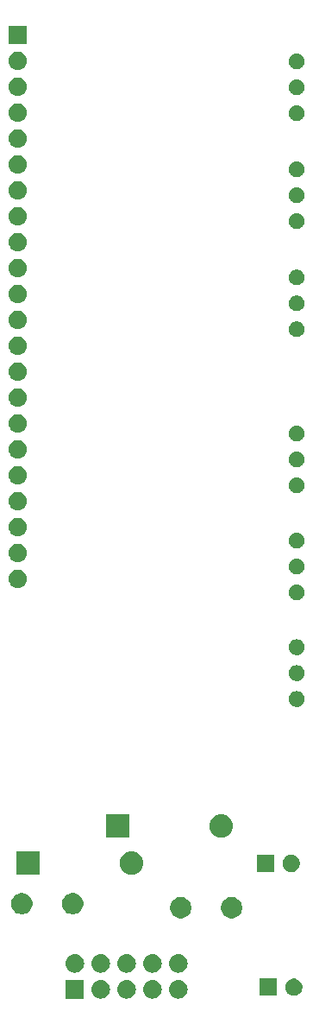
<source format=gbr>
%TF.GenerationSoftware,KiCad,Pcbnew,(5.0.1)-3*%
%TF.CreationDate,2020-04-22T20:20:14+01:00*%
%TF.ProjectId,rear,726561722E6B696361645F7063620000,rev?*%
%TF.SameCoordinates,Original*%
%TF.FileFunction,Soldermask,Bot*%
%TF.FilePolarity,Negative*%
%FSLAX46Y46*%
G04 Gerber Fmt 4.6, Leading zero omitted, Abs format (unit mm)*
G04 Created by KiCad (PCBNEW (5.0.1)-3) date 22/04/2020 20:20:14*
%MOMM*%
%LPD*%
G01*
G04 APERTURE LIST*
%ADD10C,0.200000*%
G04 APERTURE END LIST*
D10*
G36*
X72859294Y-114698633D02*
X73031694Y-114750931D01*
X73031696Y-114750932D01*
X73190583Y-114835859D01*
X73190585Y-114835860D01*
X73190584Y-114835860D01*
X73329849Y-114950151D01*
X73444140Y-115089416D01*
X73529069Y-115248306D01*
X73581367Y-115420706D01*
X73599025Y-115600000D01*
X73581367Y-115779294D01*
X73529069Y-115951694D01*
X73529068Y-115951696D01*
X73444141Y-116110583D01*
X73329849Y-116249849D01*
X73190583Y-116364141D01*
X73031696Y-116449068D01*
X73031694Y-116449069D01*
X72859294Y-116501367D01*
X72724931Y-116514600D01*
X72635069Y-116514600D01*
X72500706Y-116501367D01*
X72328306Y-116449069D01*
X72328304Y-116449068D01*
X72169417Y-116364141D01*
X72030151Y-116249849D01*
X71915859Y-116110583D01*
X71830932Y-115951696D01*
X71830931Y-115951694D01*
X71778633Y-115779294D01*
X71760975Y-115600000D01*
X71778633Y-115420706D01*
X71830931Y-115248306D01*
X71915860Y-115089416D01*
X72030151Y-114950151D01*
X72169416Y-114835860D01*
X72169415Y-114835860D01*
X72169417Y-114835859D01*
X72328304Y-114750932D01*
X72328306Y-114750931D01*
X72500706Y-114698633D01*
X72635069Y-114685400D01*
X72724931Y-114685400D01*
X72859294Y-114698633D01*
X72859294Y-114698633D01*
G37*
G36*
X75399294Y-114698633D02*
X75571694Y-114750931D01*
X75571696Y-114750932D01*
X75730583Y-114835859D01*
X75730585Y-114835860D01*
X75730584Y-114835860D01*
X75869849Y-114950151D01*
X75984140Y-115089416D01*
X76069069Y-115248306D01*
X76121367Y-115420706D01*
X76139025Y-115600000D01*
X76121367Y-115779294D01*
X76069069Y-115951694D01*
X76069068Y-115951696D01*
X75984141Y-116110583D01*
X75869849Y-116249849D01*
X75730583Y-116364141D01*
X75571696Y-116449068D01*
X75571694Y-116449069D01*
X75399294Y-116501367D01*
X75264931Y-116514600D01*
X75175069Y-116514600D01*
X75040706Y-116501367D01*
X74868306Y-116449069D01*
X74868304Y-116449068D01*
X74709417Y-116364141D01*
X74570151Y-116249849D01*
X74455859Y-116110583D01*
X74370932Y-115951696D01*
X74370931Y-115951694D01*
X74318633Y-115779294D01*
X74300975Y-115600000D01*
X74318633Y-115420706D01*
X74370931Y-115248306D01*
X74455860Y-115089416D01*
X74570151Y-114950151D01*
X74709416Y-114835860D01*
X74709415Y-114835860D01*
X74709417Y-114835859D01*
X74868304Y-114750932D01*
X74868306Y-114750931D01*
X75040706Y-114698633D01*
X75175069Y-114685400D01*
X75264931Y-114685400D01*
X75399294Y-114698633D01*
X75399294Y-114698633D01*
G37*
G36*
X77939294Y-114698633D02*
X78111694Y-114750931D01*
X78111696Y-114750932D01*
X78270583Y-114835859D01*
X78270585Y-114835860D01*
X78270584Y-114835860D01*
X78409849Y-114950151D01*
X78524140Y-115089416D01*
X78609069Y-115248306D01*
X78661367Y-115420706D01*
X78679025Y-115600000D01*
X78661367Y-115779294D01*
X78609069Y-115951694D01*
X78609068Y-115951696D01*
X78524141Y-116110583D01*
X78409849Y-116249849D01*
X78270583Y-116364141D01*
X78111696Y-116449068D01*
X78111694Y-116449069D01*
X77939294Y-116501367D01*
X77804931Y-116514600D01*
X77715069Y-116514600D01*
X77580706Y-116501367D01*
X77408306Y-116449069D01*
X77408304Y-116449068D01*
X77249417Y-116364141D01*
X77110151Y-116249849D01*
X76995859Y-116110583D01*
X76910932Y-115951696D01*
X76910931Y-115951694D01*
X76858633Y-115779294D01*
X76840975Y-115600000D01*
X76858633Y-115420706D01*
X76910931Y-115248306D01*
X76995860Y-115089416D01*
X77110151Y-114950151D01*
X77249416Y-114835860D01*
X77249415Y-114835860D01*
X77249417Y-114835859D01*
X77408304Y-114750932D01*
X77408306Y-114750931D01*
X77580706Y-114698633D01*
X77715069Y-114685400D01*
X77804931Y-114685400D01*
X77939294Y-114698633D01*
X77939294Y-114698633D01*
G37*
G36*
X70319294Y-114698633D02*
X70491694Y-114750931D01*
X70491696Y-114750932D01*
X70650583Y-114835859D01*
X70650585Y-114835860D01*
X70650584Y-114835860D01*
X70789849Y-114950151D01*
X70904140Y-115089416D01*
X70989069Y-115248306D01*
X71041367Y-115420706D01*
X71059025Y-115600000D01*
X71041367Y-115779294D01*
X70989069Y-115951694D01*
X70989068Y-115951696D01*
X70904141Y-116110583D01*
X70789849Y-116249849D01*
X70650583Y-116364141D01*
X70491696Y-116449068D01*
X70491694Y-116449069D01*
X70319294Y-116501367D01*
X70184931Y-116514600D01*
X70095069Y-116514600D01*
X69960706Y-116501367D01*
X69788306Y-116449069D01*
X69788304Y-116449068D01*
X69629417Y-116364141D01*
X69490151Y-116249849D01*
X69375859Y-116110583D01*
X69290932Y-115951696D01*
X69290931Y-115951694D01*
X69238633Y-115779294D01*
X69220975Y-115600000D01*
X69238633Y-115420706D01*
X69290931Y-115248306D01*
X69375860Y-115089416D01*
X69490151Y-114950151D01*
X69629416Y-114835860D01*
X69629415Y-114835860D01*
X69629417Y-114835859D01*
X69788304Y-114750932D01*
X69788306Y-114750931D01*
X69960706Y-114698633D01*
X70095069Y-114685400D01*
X70184931Y-114685400D01*
X70319294Y-114698633D01*
X70319294Y-114698633D01*
G37*
G36*
X68514600Y-116514600D02*
X66685400Y-116514600D01*
X66685400Y-114685400D01*
X68514600Y-114685400D01*
X68514600Y-116514600D01*
X68514600Y-116514600D01*
G37*
G36*
X87451000Y-116251000D02*
X85749000Y-116251000D01*
X85749000Y-114549000D01*
X87451000Y-114549000D01*
X87451000Y-116251000D01*
X87451000Y-116251000D01*
G37*
G36*
X89348228Y-114581703D02*
X89503100Y-114645853D01*
X89642481Y-114738985D01*
X89761015Y-114857519D01*
X89854147Y-114996900D01*
X89918297Y-115151772D01*
X89951000Y-115316184D01*
X89951000Y-115483816D01*
X89918297Y-115648228D01*
X89854147Y-115803100D01*
X89761015Y-115942481D01*
X89642481Y-116061015D01*
X89503100Y-116154147D01*
X89348228Y-116218297D01*
X89183816Y-116251000D01*
X89016184Y-116251000D01*
X88851772Y-116218297D01*
X88696900Y-116154147D01*
X88557519Y-116061015D01*
X88438985Y-115942481D01*
X88345853Y-115803100D01*
X88281703Y-115648228D01*
X88249000Y-115483816D01*
X88249000Y-115316184D01*
X88281703Y-115151772D01*
X88345853Y-114996900D01*
X88438985Y-114857519D01*
X88557519Y-114738985D01*
X88696900Y-114645853D01*
X88851772Y-114581703D01*
X89016184Y-114549000D01*
X89183816Y-114549000D01*
X89348228Y-114581703D01*
X89348228Y-114581703D01*
G37*
G36*
X75399294Y-112158633D02*
X75571694Y-112210931D01*
X75571696Y-112210932D01*
X75730583Y-112295859D01*
X75730585Y-112295860D01*
X75730584Y-112295860D01*
X75869849Y-112410151D01*
X75984140Y-112549416D01*
X76069069Y-112708306D01*
X76121367Y-112880706D01*
X76139025Y-113060000D01*
X76121367Y-113239294D01*
X76069069Y-113411694D01*
X76069068Y-113411696D01*
X75984141Y-113570583D01*
X75869849Y-113709849D01*
X75730583Y-113824141D01*
X75571696Y-113909068D01*
X75571694Y-113909069D01*
X75399294Y-113961367D01*
X75264931Y-113974600D01*
X75175069Y-113974600D01*
X75040706Y-113961367D01*
X74868306Y-113909069D01*
X74868304Y-113909068D01*
X74709417Y-113824141D01*
X74570151Y-113709849D01*
X74455859Y-113570583D01*
X74370932Y-113411696D01*
X74370931Y-113411694D01*
X74318633Y-113239294D01*
X74300975Y-113060000D01*
X74318633Y-112880706D01*
X74370931Y-112708306D01*
X74455860Y-112549416D01*
X74570151Y-112410151D01*
X74709416Y-112295860D01*
X74709415Y-112295860D01*
X74709417Y-112295859D01*
X74868304Y-112210932D01*
X74868306Y-112210931D01*
X75040706Y-112158633D01*
X75175069Y-112145400D01*
X75264931Y-112145400D01*
X75399294Y-112158633D01*
X75399294Y-112158633D01*
G37*
G36*
X67779294Y-112158633D02*
X67951694Y-112210931D01*
X67951696Y-112210932D01*
X68110583Y-112295859D01*
X68110585Y-112295860D01*
X68110584Y-112295860D01*
X68249849Y-112410151D01*
X68364140Y-112549416D01*
X68449069Y-112708306D01*
X68501367Y-112880706D01*
X68519025Y-113060000D01*
X68501367Y-113239294D01*
X68449069Y-113411694D01*
X68449068Y-113411696D01*
X68364141Y-113570583D01*
X68249849Y-113709849D01*
X68110583Y-113824141D01*
X67951696Y-113909068D01*
X67951694Y-113909069D01*
X67779294Y-113961367D01*
X67644931Y-113974600D01*
X67555069Y-113974600D01*
X67420706Y-113961367D01*
X67248306Y-113909069D01*
X67248304Y-113909068D01*
X67089417Y-113824141D01*
X66950151Y-113709849D01*
X66835859Y-113570583D01*
X66750932Y-113411696D01*
X66750931Y-113411694D01*
X66698633Y-113239294D01*
X66680975Y-113060000D01*
X66698633Y-112880706D01*
X66750931Y-112708306D01*
X66835860Y-112549416D01*
X66950151Y-112410151D01*
X67089416Y-112295860D01*
X67089415Y-112295860D01*
X67089417Y-112295859D01*
X67248304Y-112210932D01*
X67248306Y-112210931D01*
X67420706Y-112158633D01*
X67555069Y-112145400D01*
X67644931Y-112145400D01*
X67779294Y-112158633D01*
X67779294Y-112158633D01*
G37*
G36*
X70319294Y-112158633D02*
X70491694Y-112210931D01*
X70491696Y-112210932D01*
X70650583Y-112295859D01*
X70650585Y-112295860D01*
X70650584Y-112295860D01*
X70789849Y-112410151D01*
X70904140Y-112549416D01*
X70989069Y-112708306D01*
X71041367Y-112880706D01*
X71059025Y-113060000D01*
X71041367Y-113239294D01*
X70989069Y-113411694D01*
X70989068Y-113411696D01*
X70904141Y-113570583D01*
X70789849Y-113709849D01*
X70650583Y-113824141D01*
X70491696Y-113909068D01*
X70491694Y-113909069D01*
X70319294Y-113961367D01*
X70184931Y-113974600D01*
X70095069Y-113974600D01*
X69960706Y-113961367D01*
X69788306Y-113909069D01*
X69788304Y-113909068D01*
X69629417Y-113824141D01*
X69490151Y-113709849D01*
X69375859Y-113570583D01*
X69290932Y-113411696D01*
X69290931Y-113411694D01*
X69238633Y-113239294D01*
X69220975Y-113060000D01*
X69238633Y-112880706D01*
X69290931Y-112708306D01*
X69375860Y-112549416D01*
X69490151Y-112410151D01*
X69629416Y-112295860D01*
X69629415Y-112295860D01*
X69629417Y-112295859D01*
X69788304Y-112210932D01*
X69788306Y-112210931D01*
X69960706Y-112158633D01*
X70095069Y-112145400D01*
X70184931Y-112145400D01*
X70319294Y-112158633D01*
X70319294Y-112158633D01*
G37*
G36*
X72859294Y-112158633D02*
X73031694Y-112210931D01*
X73031696Y-112210932D01*
X73190583Y-112295859D01*
X73190585Y-112295860D01*
X73190584Y-112295860D01*
X73329849Y-112410151D01*
X73444140Y-112549416D01*
X73529069Y-112708306D01*
X73581367Y-112880706D01*
X73599025Y-113060000D01*
X73581367Y-113239294D01*
X73529069Y-113411694D01*
X73529068Y-113411696D01*
X73444141Y-113570583D01*
X73329849Y-113709849D01*
X73190583Y-113824141D01*
X73031696Y-113909068D01*
X73031694Y-113909069D01*
X72859294Y-113961367D01*
X72724931Y-113974600D01*
X72635069Y-113974600D01*
X72500706Y-113961367D01*
X72328306Y-113909069D01*
X72328304Y-113909068D01*
X72169417Y-113824141D01*
X72030151Y-113709849D01*
X71915859Y-113570583D01*
X71830932Y-113411696D01*
X71830931Y-113411694D01*
X71778633Y-113239294D01*
X71760975Y-113060000D01*
X71778633Y-112880706D01*
X71830931Y-112708306D01*
X71915860Y-112549416D01*
X72030151Y-112410151D01*
X72169416Y-112295860D01*
X72169415Y-112295860D01*
X72169417Y-112295859D01*
X72328304Y-112210932D01*
X72328306Y-112210931D01*
X72500706Y-112158633D01*
X72635069Y-112145400D01*
X72724931Y-112145400D01*
X72859294Y-112158633D01*
X72859294Y-112158633D01*
G37*
G36*
X77939294Y-112158633D02*
X78111694Y-112210931D01*
X78111696Y-112210932D01*
X78270583Y-112295859D01*
X78270585Y-112295860D01*
X78270584Y-112295860D01*
X78409849Y-112410151D01*
X78524140Y-112549416D01*
X78609069Y-112708306D01*
X78661367Y-112880706D01*
X78679025Y-113060000D01*
X78661367Y-113239294D01*
X78609069Y-113411694D01*
X78609068Y-113411696D01*
X78524141Y-113570583D01*
X78409849Y-113709849D01*
X78270583Y-113824141D01*
X78111696Y-113909068D01*
X78111694Y-113909069D01*
X77939294Y-113961367D01*
X77804931Y-113974600D01*
X77715069Y-113974600D01*
X77580706Y-113961367D01*
X77408306Y-113909069D01*
X77408304Y-113909068D01*
X77249417Y-113824141D01*
X77110151Y-113709849D01*
X76995859Y-113570583D01*
X76910932Y-113411696D01*
X76910931Y-113411694D01*
X76858633Y-113239294D01*
X76840975Y-113060000D01*
X76858633Y-112880706D01*
X76910931Y-112708306D01*
X76995860Y-112549416D01*
X77110151Y-112410151D01*
X77249416Y-112295860D01*
X77249415Y-112295860D01*
X77249417Y-112295859D01*
X77408304Y-112210932D01*
X77408306Y-112210931D01*
X77580706Y-112158633D01*
X77715069Y-112145400D01*
X77804931Y-112145400D01*
X77939294Y-112158633D01*
X77939294Y-112158633D01*
G37*
G36*
X78306565Y-106589389D02*
X78497834Y-106668615D01*
X78669976Y-106783637D01*
X78816363Y-106930024D01*
X78931385Y-107102166D01*
X79010611Y-107293435D01*
X79051000Y-107496484D01*
X79051000Y-107703516D01*
X79010611Y-107906565D01*
X78931385Y-108097834D01*
X78816363Y-108269976D01*
X78669976Y-108416363D01*
X78497834Y-108531385D01*
X78306565Y-108610611D01*
X78103516Y-108651000D01*
X77896484Y-108651000D01*
X77693435Y-108610611D01*
X77502166Y-108531385D01*
X77330024Y-108416363D01*
X77183637Y-108269976D01*
X77068615Y-108097834D01*
X76989389Y-107906565D01*
X76949000Y-107703516D01*
X76949000Y-107496484D01*
X76989389Y-107293435D01*
X77068615Y-107102166D01*
X77183637Y-106930024D01*
X77330024Y-106783637D01*
X77502166Y-106668615D01*
X77693435Y-106589389D01*
X77896484Y-106549000D01*
X78103516Y-106549000D01*
X78306565Y-106589389D01*
X78306565Y-106589389D01*
G37*
G36*
X83306565Y-106589389D02*
X83497834Y-106668615D01*
X83669976Y-106783637D01*
X83816363Y-106930024D01*
X83931385Y-107102166D01*
X84010611Y-107293435D01*
X84051000Y-107496484D01*
X84051000Y-107703516D01*
X84010611Y-107906565D01*
X83931385Y-108097834D01*
X83816363Y-108269976D01*
X83669976Y-108416363D01*
X83497834Y-108531385D01*
X83306565Y-108610611D01*
X83103516Y-108651000D01*
X82896484Y-108651000D01*
X82693435Y-108610611D01*
X82502166Y-108531385D01*
X82330024Y-108416363D01*
X82183637Y-108269976D01*
X82068615Y-108097834D01*
X81989389Y-107906565D01*
X81949000Y-107703516D01*
X81949000Y-107496484D01*
X81989389Y-107293435D01*
X82068615Y-107102166D01*
X82183637Y-106930024D01*
X82330024Y-106783637D01*
X82502166Y-106668615D01*
X82693435Y-106589389D01*
X82896484Y-106549000D01*
X83103516Y-106549000D01*
X83306565Y-106589389D01*
X83306565Y-106589389D01*
G37*
G36*
X62706565Y-106189389D02*
X62897834Y-106268615D01*
X63069976Y-106383637D01*
X63216363Y-106530024D01*
X63331385Y-106702166D01*
X63410611Y-106893435D01*
X63451000Y-107096484D01*
X63451000Y-107303516D01*
X63410611Y-107506565D01*
X63331385Y-107697834D01*
X63216363Y-107869976D01*
X63069976Y-108016363D01*
X62897834Y-108131385D01*
X62706565Y-108210611D01*
X62503516Y-108251000D01*
X62296484Y-108251000D01*
X62093435Y-108210611D01*
X61902166Y-108131385D01*
X61730024Y-108016363D01*
X61583637Y-107869976D01*
X61468615Y-107697834D01*
X61389389Y-107506565D01*
X61349000Y-107303516D01*
X61349000Y-107096484D01*
X61389389Y-106893435D01*
X61468615Y-106702166D01*
X61583637Y-106530024D01*
X61730024Y-106383637D01*
X61902166Y-106268615D01*
X62093435Y-106189389D01*
X62296484Y-106149000D01*
X62503516Y-106149000D01*
X62706565Y-106189389D01*
X62706565Y-106189389D01*
G37*
G36*
X67706565Y-106189389D02*
X67897834Y-106268615D01*
X68069976Y-106383637D01*
X68216363Y-106530024D01*
X68331385Y-106702166D01*
X68410611Y-106893435D01*
X68451000Y-107096484D01*
X68451000Y-107303516D01*
X68410611Y-107506565D01*
X68331385Y-107697834D01*
X68216363Y-107869976D01*
X68069976Y-108016363D01*
X67897834Y-108131385D01*
X67706565Y-108210611D01*
X67503516Y-108251000D01*
X67296484Y-108251000D01*
X67093435Y-108210611D01*
X66902166Y-108131385D01*
X66730024Y-108016363D01*
X66583637Y-107869976D01*
X66468615Y-107697834D01*
X66389389Y-107506565D01*
X66349000Y-107303516D01*
X66349000Y-107096484D01*
X66389389Y-106893435D01*
X66468615Y-106702166D01*
X66583637Y-106530024D01*
X66730024Y-106383637D01*
X66902166Y-106268615D01*
X67093435Y-106189389D01*
X67296484Y-106149000D01*
X67503516Y-106149000D01*
X67706565Y-106189389D01*
X67706565Y-106189389D01*
G37*
G36*
X64151000Y-104351000D02*
X61849000Y-104351000D01*
X61849000Y-102049000D01*
X64151000Y-102049000D01*
X64151000Y-104351000D01*
X64151000Y-104351000D01*
G37*
G36*
X73284180Y-102055662D02*
X73385635Y-102065654D01*
X73602600Y-102131470D01*
X73602602Y-102131471D01*
X73602605Y-102131472D01*
X73802556Y-102238347D01*
X73977818Y-102382182D01*
X74121653Y-102557444D01*
X74228528Y-102757395D01*
X74228529Y-102757398D01*
X74228530Y-102757400D01*
X74294346Y-102974365D01*
X74316569Y-103200000D01*
X74294346Y-103425635D01*
X74228530Y-103642600D01*
X74228528Y-103642605D01*
X74121653Y-103842556D01*
X73977818Y-104017818D01*
X73802556Y-104161653D01*
X73602605Y-104268528D01*
X73602602Y-104268529D01*
X73602600Y-104268530D01*
X73385635Y-104334346D01*
X73284180Y-104344338D01*
X73216545Y-104351000D01*
X73103455Y-104351000D01*
X73035820Y-104344338D01*
X72934365Y-104334346D01*
X72717400Y-104268530D01*
X72717398Y-104268529D01*
X72717395Y-104268528D01*
X72517444Y-104161653D01*
X72342182Y-104017818D01*
X72198347Y-103842556D01*
X72091472Y-103642605D01*
X72091470Y-103642600D01*
X72025654Y-103425635D01*
X72003431Y-103200000D01*
X72025654Y-102974365D01*
X72091470Y-102757400D01*
X72091471Y-102757398D01*
X72091472Y-102757395D01*
X72198347Y-102557444D01*
X72342182Y-102382182D01*
X72517444Y-102238347D01*
X72717395Y-102131472D01*
X72717398Y-102131471D01*
X72717400Y-102131470D01*
X72934365Y-102065654D01*
X73035820Y-102055662D01*
X73103455Y-102049000D01*
X73216545Y-102049000D01*
X73284180Y-102055662D01*
X73284180Y-102055662D01*
G37*
G36*
X89098228Y-102431703D02*
X89253100Y-102495853D01*
X89392481Y-102588985D01*
X89511015Y-102707519D01*
X89604147Y-102846900D01*
X89668297Y-103001772D01*
X89701000Y-103166184D01*
X89701000Y-103333816D01*
X89668297Y-103498228D01*
X89604147Y-103653100D01*
X89511015Y-103792481D01*
X89392481Y-103911015D01*
X89253100Y-104004147D01*
X89098228Y-104068297D01*
X88933816Y-104101000D01*
X88766184Y-104101000D01*
X88601772Y-104068297D01*
X88446900Y-104004147D01*
X88307519Y-103911015D01*
X88188985Y-103792481D01*
X88095853Y-103653100D01*
X88031703Y-103498228D01*
X87999000Y-103333816D01*
X87999000Y-103166184D01*
X88031703Y-103001772D01*
X88095853Y-102846900D01*
X88188985Y-102707519D01*
X88307519Y-102588985D01*
X88446900Y-102495853D01*
X88601772Y-102431703D01*
X88766184Y-102399000D01*
X88933816Y-102399000D01*
X89098228Y-102431703D01*
X89098228Y-102431703D01*
G37*
G36*
X87201000Y-104101000D02*
X85499000Y-104101000D01*
X85499000Y-102399000D01*
X87201000Y-102399000D01*
X87201000Y-104101000D01*
X87201000Y-104101000D01*
G37*
G36*
X72951000Y-100751000D02*
X70649000Y-100751000D01*
X70649000Y-98449000D01*
X72951000Y-98449000D01*
X72951000Y-100751000D01*
X72951000Y-100751000D01*
G37*
G36*
X82084180Y-98455662D02*
X82185635Y-98465654D01*
X82402600Y-98531470D01*
X82402602Y-98531471D01*
X82402605Y-98531472D01*
X82602556Y-98638347D01*
X82777818Y-98782182D01*
X82921653Y-98957444D01*
X83028528Y-99157395D01*
X83028529Y-99157398D01*
X83028530Y-99157400D01*
X83094346Y-99374365D01*
X83116569Y-99600000D01*
X83094346Y-99825635D01*
X83028530Y-100042600D01*
X83028528Y-100042605D01*
X82921653Y-100242556D01*
X82777818Y-100417818D01*
X82602556Y-100561653D01*
X82402605Y-100668528D01*
X82402602Y-100668529D01*
X82402600Y-100668530D01*
X82185635Y-100734346D01*
X82084180Y-100744338D01*
X82016545Y-100751000D01*
X81903455Y-100751000D01*
X81835820Y-100744338D01*
X81734365Y-100734346D01*
X81517400Y-100668530D01*
X81517398Y-100668529D01*
X81517395Y-100668528D01*
X81317444Y-100561653D01*
X81142182Y-100417818D01*
X80998347Y-100242556D01*
X80891472Y-100042605D01*
X80891470Y-100042600D01*
X80825654Y-99825635D01*
X80803431Y-99600000D01*
X80825654Y-99374365D01*
X80891470Y-99157400D01*
X80891471Y-99157398D01*
X80891472Y-99157395D01*
X80998347Y-98957444D01*
X81142182Y-98782182D01*
X81317444Y-98638347D01*
X81517395Y-98531472D01*
X81517398Y-98531471D01*
X81517400Y-98531470D01*
X81734365Y-98465654D01*
X81835820Y-98455662D01*
X81903455Y-98449000D01*
X82016545Y-98449000D01*
X82084180Y-98455662D01*
X82084180Y-98455662D01*
G37*
G36*
X89525589Y-86368876D02*
X89624893Y-86388629D01*
X89765206Y-86446748D01*
X89891484Y-86531125D01*
X89998875Y-86638516D01*
X90083252Y-86764794D01*
X90141371Y-86905107D01*
X90171000Y-87054063D01*
X90171000Y-87205937D01*
X90141371Y-87354893D01*
X90083252Y-87495206D01*
X89998875Y-87621484D01*
X89891484Y-87728875D01*
X89765206Y-87813252D01*
X89624893Y-87871371D01*
X89525589Y-87891124D01*
X89475938Y-87901000D01*
X89324062Y-87901000D01*
X89274411Y-87891124D01*
X89175107Y-87871371D01*
X89034794Y-87813252D01*
X88908516Y-87728875D01*
X88801125Y-87621484D01*
X88716748Y-87495206D01*
X88658629Y-87354893D01*
X88629000Y-87205937D01*
X88629000Y-87054063D01*
X88658629Y-86905107D01*
X88716748Y-86764794D01*
X88801125Y-86638516D01*
X88908516Y-86531125D01*
X89034794Y-86446748D01*
X89175107Y-86388629D01*
X89274411Y-86368876D01*
X89324062Y-86359000D01*
X89475938Y-86359000D01*
X89525589Y-86368876D01*
X89525589Y-86368876D01*
G37*
G36*
X89525589Y-83828876D02*
X89624893Y-83848629D01*
X89765206Y-83906748D01*
X89891484Y-83991125D01*
X89998875Y-84098516D01*
X90083252Y-84224794D01*
X90141371Y-84365107D01*
X90171000Y-84514063D01*
X90171000Y-84665937D01*
X90141371Y-84814893D01*
X90083252Y-84955206D01*
X89998875Y-85081484D01*
X89891484Y-85188875D01*
X89765206Y-85273252D01*
X89624893Y-85331371D01*
X89525589Y-85351124D01*
X89475938Y-85361000D01*
X89324062Y-85361000D01*
X89274411Y-85351124D01*
X89175107Y-85331371D01*
X89034794Y-85273252D01*
X88908516Y-85188875D01*
X88801125Y-85081484D01*
X88716748Y-84955206D01*
X88658629Y-84814893D01*
X88629000Y-84665937D01*
X88629000Y-84514063D01*
X88658629Y-84365107D01*
X88716748Y-84224794D01*
X88801125Y-84098516D01*
X88908516Y-83991125D01*
X89034794Y-83906748D01*
X89175107Y-83848629D01*
X89274411Y-83828876D01*
X89324062Y-83819000D01*
X89475938Y-83819000D01*
X89525589Y-83828876D01*
X89525589Y-83828876D01*
G37*
G36*
X89525589Y-81288876D02*
X89624893Y-81308629D01*
X89765206Y-81366748D01*
X89891484Y-81451125D01*
X89998875Y-81558516D01*
X90083252Y-81684794D01*
X90141371Y-81825107D01*
X90171000Y-81974063D01*
X90171000Y-82125937D01*
X90141371Y-82274893D01*
X90083252Y-82415206D01*
X89998875Y-82541484D01*
X89891484Y-82648875D01*
X89765206Y-82733252D01*
X89624893Y-82791371D01*
X89525589Y-82811124D01*
X89475938Y-82821000D01*
X89324062Y-82821000D01*
X89274411Y-82811124D01*
X89175107Y-82791371D01*
X89034794Y-82733252D01*
X88908516Y-82648875D01*
X88801125Y-82541484D01*
X88716748Y-82415206D01*
X88658629Y-82274893D01*
X88629000Y-82125937D01*
X88629000Y-81974063D01*
X88658629Y-81825107D01*
X88716748Y-81684794D01*
X88801125Y-81558516D01*
X88908516Y-81451125D01*
X89034794Y-81366748D01*
X89175107Y-81308629D01*
X89274411Y-81288876D01*
X89324062Y-81279000D01*
X89475938Y-81279000D01*
X89525589Y-81288876D01*
X89525589Y-81288876D01*
G37*
G36*
X89525589Y-75918876D02*
X89624893Y-75938629D01*
X89765206Y-75996748D01*
X89891484Y-76081125D01*
X89998875Y-76188516D01*
X90083252Y-76314794D01*
X90141371Y-76455107D01*
X90171000Y-76604063D01*
X90171000Y-76755937D01*
X90141371Y-76904893D01*
X90083252Y-77045206D01*
X89998875Y-77171484D01*
X89891484Y-77278875D01*
X89765206Y-77363252D01*
X89624893Y-77421371D01*
X89525589Y-77441124D01*
X89475938Y-77451000D01*
X89324062Y-77451000D01*
X89274411Y-77441124D01*
X89175107Y-77421371D01*
X89034794Y-77363252D01*
X88908516Y-77278875D01*
X88801125Y-77171484D01*
X88716748Y-77045206D01*
X88658629Y-76904893D01*
X88629000Y-76755937D01*
X88629000Y-76604063D01*
X88658629Y-76455107D01*
X88716748Y-76314794D01*
X88801125Y-76188516D01*
X88908516Y-76081125D01*
X89034794Y-75996748D01*
X89175107Y-75938629D01*
X89274411Y-75918876D01*
X89324062Y-75909000D01*
X89475938Y-75909000D01*
X89525589Y-75918876D01*
X89525589Y-75918876D01*
G37*
G36*
X62110442Y-74445518D02*
X62176627Y-74452037D01*
X62289853Y-74486384D01*
X62346467Y-74503557D01*
X62485087Y-74577652D01*
X62502991Y-74587222D01*
X62538729Y-74616552D01*
X62640186Y-74699814D01*
X62723448Y-74801271D01*
X62752778Y-74837009D01*
X62752779Y-74837011D01*
X62836443Y-74993533D01*
X62836443Y-74993534D01*
X62887963Y-75163373D01*
X62905359Y-75340000D01*
X62887963Y-75516627D01*
X62853616Y-75629853D01*
X62836443Y-75686467D01*
X62762348Y-75825087D01*
X62752778Y-75842991D01*
X62723448Y-75878729D01*
X62640186Y-75980186D01*
X62538729Y-76063448D01*
X62502991Y-76092778D01*
X62502989Y-76092779D01*
X62346467Y-76176443D01*
X62306667Y-76188516D01*
X62176627Y-76227963D01*
X62110443Y-76234481D01*
X62044260Y-76241000D01*
X61955740Y-76241000D01*
X61889557Y-76234481D01*
X61823373Y-76227963D01*
X61693333Y-76188516D01*
X61653533Y-76176443D01*
X61497011Y-76092779D01*
X61497009Y-76092778D01*
X61461271Y-76063448D01*
X61359814Y-75980186D01*
X61276552Y-75878729D01*
X61247222Y-75842991D01*
X61237652Y-75825087D01*
X61163557Y-75686467D01*
X61146384Y-75629853D01*
X61112037Y-75516627D01*
X61094641Y-75340000D01*
X61112037Y-75163373D01*
X61163557Y-74993534D01*
X61163557Y-74993533D01*
X61247221Y-74837011D01*
X61247222Y-74837009D01*
X61276552Y-74801271D01*
X61359814Y-74699814D01*
X61461271Y-74616552D01*
X61497009Y-74587222D01*
X61514913Y-74577652D01*
X61653533Y-74503557D01*
X61710147Y-74486384D01*
X61823373Y-74452037D01*
X61889558Y-74445518D01*
X61955740Y-74439000D01*
X62044260Y-74439000D01*
X62110442Y-74445518D01*
X62110442Y-74445518D01*
G37*
G36*
X89525589Y-73378876D02*
X89624893Y-73398629D01*
X89765206Y-73456748D01*
X89891484Y-73541125D01*
X89998875Y-73648516D01*
X90083252Y-73774794D01*
X90141371Y-73915107D01*
X90171000Y-74064063D01*
X90171000Y-74215937D01*
X90141371Y-74364893D01*
X90083252Y-74505206D01*
X89998875Y-74631484D01*
X89891484Y-74738875D01*
X89765206Y-74823252D01*
X89624893Y-74881371D01*
X89525589Y-74901124D01*
X89475938Y-74911000D01*
X89324062Y-74911000D01*
X89274411Y-74901124D01*
X89175107Y-74881371D01*
X89034794Y-74823252D01*
X88908516Y-74738875D01*
X88801125Y-74631484D01*
X88716748Y-74505206D01*
X88658629Y-74364893D01*
X88629000Y-74215937D01*
X88629000Y-74064063D01*
X88658629Y-73915107D01*
X88716748Y-73774794D01*
X88801125Y-73648516D01*
X88908516Y-73541125D01*
X89034794Y-73456748D01*
X89175107Y-73398629D01*
X89274411Y-73378876D01*
X89324062Y-73369000D01*
X89475938Y-73369000D01*
X89525589Y-73378876D01*
X89525589Y-73378876D01*
G37*
G36*
X62110443Y-71905519D02*
X62176627Y-71912037D01*
X62289853Y-71946384D01*
X62346467Y-71963557D01*
X62485087Y-72037652D01*
X62502991Y-72047222D01*
X62538729Y-72076552D01*
X62640186Y-72159814D01*
X62723448Y-72261271D01*
X62752778Y-72297009D01*
X62752779Y-72297011D01*
X62836443Y-72453533D01*
X62836443Y-72453534D01*
X62887963Y-72623373D01*
X62905359Y-72800000D01*
X62887963Y-72976627D01*
X62853616Y-73089853D01*
X62836443Y-73146467D01*
X62762348Y-73285087D01*
X62752778Y-73302991D01*
X62723448Y-73338729D01*
X62640186Y-73440186D01*
X62538729Y-73523448D01*
X62502991Y-73552778D01*
X62502989Y-73552779D01*
X62346467Y-73636443D01*
X62306667Y-73648516D01*
X62176627Y-73687963D01*
X62110442Y-73694482D01*
X62044260Y-73701000D01*
X61955740Y-73701000D01*
X61889558Y-73694482D01*
X61823373Y-73687963D01*
X61693333Y-73648516D01*
X61653533Y-73636443D01*
X61497011Y-73552779D01*
X61497009Y-73552778D01*
X61461271Y-73523448D01*
X61359814Y-73440186D01*
X61276552Y-73338729D01*
X61247222Y-73302991D01*
X61237652Y-73285087D01*
X61163557Y-73146467D01*
X61146384Y-73089853D01*
X61112037Y-72976627D01*
X61094641Y-72800000D01*
X61112037Y-72623373D01*
X61163557Y-72453534D01*
X61163557Y-72453533D01*
X61247221Y-72297011D01*
X61247222Y-72297009D01*
X61276552Y-72261271D01*
X61359814Y-72159814D01*
X61461271Y-72076552D01*
X61497009Y-72047222D01*
X61514913Y-72037652D01*
X61653533Y-71963557D01*
X61710147Y-71946384D01*
X61823373Y-71912037D01*
X61889557Y-71905519D01*
X61955740Y-71899000D01*
X62044260Y-71899000D01*
X62110443Y-71905519D01*
X62110443Y-71905519D01*
G37*
G36*
X89525589Y-70838876D02*
X89624893Y-70858629D01*
X89765206Y-70916748D01*
X89891484Y-71001125D01*
X89998875Y-71108516D01*
X90083252Y-71234794D01*
X90141371Y-71375107D01*
X90171000Y-71524063D01*
X90171000Y-71675937D01*
X90141371Y-71824893D01*
X90083252Y-71965206D01*
X89998875Y-72091484D01*
X89891484Y-72198875D01*
X89765206Y-72283252D01*
X89624893Y-72341371D01*
X89525589Y-72361124D01*
X89475938Y-72371000D01*
X89324062Y-72371000D01*
X89274411Y-72361124D01*
X89175107Y-72341371D01*
X89034794Y-72283252D01*
X88908516Y-72198875D01*
X88801125Y-72091484D01*
X88716748Y-71965206D01*
X88658629Y-71824893D01*
X88629000Y-71675937D01*
X88629000Y-71524063D01*
X88658629Y-71375107D01*
X88716748Y-71234794D01*
X88801125Y-71108516D01*
X88908516Y-71001125D01*
X89034794Y-70916748D01*
X89175107Y-70858629D01*
X89274411Y-70838876D01*
X89324062Y-70829000D01*
X89475938Y-70829000D01*
X89525589Y-70838876D01*
X89525589Y-70838876D01*
G37*
G36*
X62110443Y-69365519D02*
X62176627Y-69372037D01*
X62289853Y-69406384D01*
X62346467Y-69423557D01*
X62485087Y-69497652D01*
X62502991Y-69507222D01*
X62538729Y-69536552D01*
X62640186Y-69619814D01*
X62723448Y-69721271D01*
X62752778Y-69757009D01*
X62752779Y-69757011D01*
X62836443Y-69913533D01*
X62836443Y-69913534D01*
X62887963Y-70083373D01*
X62905359Y-70260000D01*
X62887963Y-70436627D01*
X62853616Y-70549853D01*
X62836443Y-70606467D01*
X62762348Y-70745087D01*
X62752778Y-70762991D01*
X62723448Y-70798729D01*
X62640186Y-70900186D01*
X62538729Y-70983448D01*
X62502991Y-71012778D01*
X62502989Y-71012779D01*
X62346467Y-71096443D01*
X62306667Y-71108516D01*
X62176627Y-71147963D01*
X62110443Y-71154481D01*
X62044260Y-71161000D01*
X61955740Y-71161000D01*
X61889557Y-71154481D01*
X61823373Y-71147963D01*
X61693333Y-71108516D01*
X61653533Y-71096443D01*
X61497011Y-71012779D01*
X61497009Y-71012778D01*
X61461271Y-70983448D01*
X61359814Y-70900186D01*
X61276552Y-70798729D01*
X61247222Y-70762991D01*
X61237652Y-70745087D01*
X61163557Y-70606467D01*
X61146384Y-70549853D01*
X61112037Y-70436627D01*
X61094641Y-70260000D01*
X61112037Y-70083373D01*
X61163557Y-69913534D01*
X61163557Y-69913533D01*
X61247221Y-69757011D01*
X61247222Y-69757009D01*
X61276552Y-69721271D01*
X61359814Y-69619814D01*
X61461271Y-69536552D01*
X61497009Y-69507222D01*
X61514913Y-69497652D01*
X61653533Y-69423557D01*
X61710147Y-69406384D01*
X61823373Y-69372037D01*
X61889557Y-69365519D01*
X61955740Y-69359000D01*
X62044260Y-69359000D01*
X62110443Y-69365519D01*
X62110443Y-69365519D01*
G37*
G36*
X62110442Y-66825518D02*
X62176627Y-66832037D01*
X62279526Y-66863251D01*
X62346467Y-66883557D01*
X62472642Y-66951000D01*
X62502991Y-66967222D01*
X62538729Y-66996552D01*
X62640186Y-67079814D01*
X62723448Y-67181271D01*
X62752778Y-67217009D01*
X62752779Y-67217011D01*
X62836443Y-67373533D01*
X62836443Y-67373534D01*
X62887963Y-67543373D01*
X62905359Y-67720000D01*
X62887963Y-67896627D01*
X62853616Y-68009853D01*
X62836443Y-68066467D01*
X62762348Y-68205087D01*
X62752778Y-68222991D01*
X62723448Y-68258729D01*
X62640186Y-68360186D01*
X62538729Y-68443448D01*
X62502991Y-68472778D01*
X62502989Y-68472779D01*
X62346467Y-68556443D01*
X62289853Y-68573616D01*
X62176627Y-68607963D01*
X62110442Y-68614482D01*
X62044260Y-68621000D01*
X61955740Y-68621000D01*
X61889558Y-68614482D01*
X61823373Y-68607963D01*
X61710147Y-68573616D01*
X61653533Y-68556443D01*
X61497011Y-68472779D01*
X61497009Y-68472778D01*
X61461271Y-68443448D01*
X61359814Y-68360186D01*
X61276552Y-68258729D01*
X61247222Y-68222991D01*
X61237652Y-68205087D01*
X61163557Y-68066467D01*
X61146384Y-68009853D01*
X61112037Y-67896627D01*
X61094641Y-67720000D01*
X61112037Y-67543373D01*
X61163557Y-67373534D01*
X61163557Y-67373533D01*
X61247221Y-67217011D01*
X61247222Y-67217009D01*
X61276552Y-67181271D01*
X61359814Y-67079814D01*
X61461271Y-66996552D01*
X61497009Y-66967222D01*
X61527358Y-66951000D01*
X61653533Y-66883557D01*
X61720474Y-66863251D01*
X61823373Y-66832037D01*
X61889558Y-66825518D01*
X61955740Y-66819000D01*
X62044260Y-66819000D01*
X62110442Y-66825518D01*
X62110442Y-66825518D01*
G37*
G36*
X89525589Y-65418876D02*
X89624893Y-65438629D01*
X89765206Y-65496748D01*
X89891484Y-65581125D01*
X89998875Y-65688516D01*
X90083252Y-65814794D01*
X90141371Y-65955107D01*
X90171000Y-66104063D01*
X90171000Y-66255937D01*
X90141371Y-66404893D01*
X90083252Y-66545206D01*
X89998875Y-66671484D01*
X89891484Y-66778875D01*
X89765206Y-66863252D01*
X89624893Y-66921371D01*
X89525589Y-66941124D01*
X89475938Y-66951000D01*
X89324062Y-66951000D01*
X89274411Y-66941124D01*
X89175107Y-66921371D01*
X89034794Y-66863252D01*
X88908516Y-66778875D01*
X88801125Y-66671484D01*
X88716748Y-66545206D01*
X88658629Y-66404893D01*
X88629000Y-66255937D01*
X88629000Y-66104063D01*
X88658629Y-65955107D01*
X88716748Y-65814794D01*
X88801125Y-65688516D01*
X88908516Y-65581125D01*
X89034794Y-65496748D01*
X89175107Y-65438629D01*
X89274411Y-65418876D01*
X89324062Y-65409000D01*
X89475938Y-65409000D01*
X89525589Y-65418876D01*
X89525589Y-65418876D01*
G37*
G36*
X62110443Y-64285519D02*
X62176627Y-64292037D01*
X62279526Y-64323251D01*
X62346467Y-64343557D01*
X62472642Y-64411000D01*
X62502991Y-64427222D01*
X62538729Y-64456552D01*
X62640186Y-64539814D01*
X62723448Y-64641271D01*
X62752778Y-64677009D01*
X62752779Y-64677011D01*
X62836443Y-64833533D01*
X62836443Y-64833534D01*
X62887963Y-65003373D01*
X62905359Y-65180000D01*
X62887963Y-65356627D01*
X62872076Y-65409000D01*
X62836443Y-65526467D01*
X62762348Y-65665087D01*
X62752778Y-65682991D01*
X62723448Y-65718729D01*
X62640186Y-65820186D01*
X62538729Y-65903448D01*
X62502991Y-65932778D01*
X62502989Y-65932779D01*
X62346467Y-66016443D01*
X62289853Y-66033616D01*
X62176627Y-66067963D01*
X62110442Y-66074482D01*
X62044260Y-66081000D01*
X61955740Y-66081000D01*
X61889558Y-66074482D01*
X61823373Y-66067963D01*
X61710147Y-66033616D01*
X61653533Y-66016443D01*
X61497011Y-65932779D01*
X61497009Y-65932778D01*
X61461271Y-65903448D01*
X61359814Y-65820186D01*
X61276552Y-65718729D01*
X61247222Y-65682991D01*
X61237652Y-65665087D01*
X61163557Y-65526467D01*
X61127924Y-65409000D01*
X61112037Y-65356627D01*
X61094641Y-65180000D01*
X61112037Y-65003373D01*
X61163557Y-64833534D01*
X61163557Y-64833533D01*
X61247221Y-64677011D01*
X61247222Y-64677009D01*
X61276552Y-64641271D01*
X61359814Y-64539814D01*
X61461271Y-64456552D01*
X61497009Y-64427222D01*
X61527358Y-64411000D01*
X61653533Y-64343557D01*
X61720474Y-64323251D01*
X61823373Y-64292037D01*
X61889557Y-64285519D01*
X61955740Y-64279000D01*
X62044260Y-64279000D01*
X62110443Y-64285519D01*
X62110443Y-64285519D01*
G37*
G36*
X89525589Y-62878876D02*
X89624893Y-62898629D01*
X89765206Y-62956748D01*
X89891484Y-63041125D01*
X89998875Y-63148516D01*
X90083252Y-63274794D01*
X90141371Y-63415107D01*
X90171000Y-63564063D01*
X90171000Y-63715937D01*
X90141371Y-63864893D01*
X90083252Y-64005206D01*
X89998875Y-64131484D01*
X89891484Y-64238875D01*
X89765206Y-64323252D01*
X89624893Y-64381371D01*
X89525589Y-64401124D01*
X89475938Y-64411000D01*
X89324062Y-64411000D01*
X89274411Y-64401124D01*
X89175107Y-64381371D01*
X89034794Y-64323252D01*
X88908516Y-64238875D01*
X88801125Y-64131484D01*
X88716748Y-64005206D01*
X88658629Y-63864893D01*
X88629000Y-63715937D01*
X88629000Y-63564063D01*
X88658629Y-63415107D01*
X88716748Y-63274794D01*
X88801125Y-63148516D01*
X88908516Y-63041125D01*
X89034794Y-62956748D01*
X89175107Y-62898629D01*
X89274411Y-62878876D01*
X89324062Y-62869000D01*
X89475938Y-62869000D01*
X89525589Y-62878876D01*
X89525589Y-62878876D01*
G37*
G36*
X62110442Y-61745518D02*
X62176627Y-61752037D01*
X62279526Y-61783251D01*
X62346467Y-61803557D01*
X62472642Y-61871000D01*
X62502991Y-61887222D01*
X62538729Y-61916552D01*
X62640186Y-61999814D01*
X62723448Y-62101271D01*
X62752778Y-62137009D01*
X62752779Y-62137011D01*
X62836443Y-62293533D01*
X62836443Y-62293534D01*
X62887963Y-62463373D01*
X62905359Y-62640000D01*
X62887963Y-62816627D01*
X62872076Y-62869000D01*
X62836443Y-62986467D01*
X62762348Y-63125087D01*
X62752778Y-63142991D01*
X62723448Y-63178729D01*
X62640186Y-63280186D01*
X62538729Y-63363448D01*
X62502991Y-63392778D01*
X62502989Y-63392779D01*
X62346467Y-63476443D01*
X62289853Y-63493616D01*
X62176627Y-63527963D01*
X62110443Y-63534481D01*
X62044260Y-63541000D01*
X61955740Y-63541000D01*
X61889557Y-63534481D01*
X61823373Y-63527963D01*
X61710147Y-63493616D01*
X61653533Y-63476443D01*
X61497011Y-63392779D01*
X61497009Y-63392778D01*
X61461271Y-63363448D01*
X61359814Y-63280186D01*
X61276552Y-63178729D01*
X61247222Y-63142991D01*
X61237652Y-63125087D01*
X61163557Y-62986467D01*
X61127924Y-62869000D01*
X61112037Y-62816627D01*
X61094641Y-62640000D01*
X61112037Y-62463373D01*
X61163557Y-62293534D01*
X61163557Y-62293533D01*
X61247221Y-62137011D01*
X61247222Y-62137009D01*
X61276552Y-62101271D01*
X61359814Y-61999814D01*
X61461271Y-61916552D01*
X61497009Y-61887222D01*
X61527358Y-61871000D01*
X61653533Y-61803557D01*
X61720474Y-61783251D01*
X61823373Y-61752037D01*
X61889558Y-61745518D01*
X61955740Y-61739000D01*
X62044260Y-61739000D01*
X62110442Y-61745518D01*
X62110442Y-61745518D01*
G37*
G36*
X89525589Y-60338876D02*
X89624893Y-60358629D01*
X89765206Y-60416748D01*
X89891484Y-60501125D01*
X89998875Y-60608516D01*
X90083252Y-60734794D01*
X90141371Y-60875107D01*
X90171000Y-61024063D01*
X90171000Y-61175937D01*
X90141371Y-61324893D01*
X90083252Y-61465206D01*
X89998875Y-61591484D01*
X89891484Y-61698875D01*
X89765206Y-61783252D01*
X89624893Y-61841371D01*
X89525589Y-61861124D01*
X89475938Y-61871000D01*
X89324062Y-61871000D01*
X89274411Y-61861124D01*
X89175107Y-61841371D01*
X89034794Y-61783252D01*
X88908516Y-61698875D01*
X88801125Y-61591484D01*
X88716748Y-61465206D01*
X88658629Y-61324893D01*
X88629000Y-61175937D01*
X88629000Y-61024063D01*
X88658629Y-60875107D01*
X88716748Y-60734794D01*
X88801125Y-60608516D01*
X88908516Y-60501125D01*
X89034794Y-60416748D01*
X89175107Y-60358629D01*
X89274411Y-60338876D01*
X89324062Y-60329000D01*
X89475938Y-60329000D01*
X89525589Y-60338876D01*
X89525589Y-60338876D01*
G37*
G36*
X62110443Y-59205519D02*
X62176627Y-59212037D01*
X62289853Y-59246384D01*
X62346467Y-59263557D01*
X62485087Y-59337652D01*
X62502991Y-59347222D01*
X62538729Y-59376552D01*
X62640186Y-59459814D01*
X62723448Y-59561271D01*
X62752778Y-59597009D01*
X62752779Y-59597011D01*
X62836443Y-59753533D01*
X62836443Y-59753534D01*
X62887963Y-59923373D01*
X62905359Y-60100000D01*
X62887963Y-60276627D01*
X62872076Y-60329000D01*
X62836443Y-60446467D01*
X62762348Y-60585087D01*
X62752778Y-60602991D01*
X62723448Y-60638729D01*
X62640186Y-60740186D01*
X62538729Y-60823448D01*
X62502991Y-60852778D01*
X62502989Y-60852779D01*
X62346467Y-60936443D01*
X62289853Y-60953616D01*
X62176627Y-60987963D01*
X62110443Y-60994481D01*
X62044260Y-61001000D01*
X61955740Y-61001000D01*
X61889557Y-60994481D01*
X61823373Y-60987963D01*
X61710147Y-60953616D01*
X61653533Y-60936443D01*
X61497011Y-60852779D01*
X61497009Y-60852778D01*
X61461271Y-60823448D01*
X61359814Y-60740186D01*
X61276552Y-60638729D01*
X61247222Y-60602991D01*
X61237652Y-60585087D01*
X61163557Y-60446467D01*
X61127924Y-60329000D01*
X61112037Y-60276627D01*
X61094641Y-60100000D01*
X61112037Y-59923373D01*
X61163557Y-59753534D01*
X61163557Y-59753533D01*
X61247221Y-59597011D01*
X61247222Y-59597009D01*
X61276552Y-59561271D01*
X61359814Y-59459814D01*
X61461271Y-59376552D01*
X61497009Y-59347222D01*
X61514913Y-59337652D01*
X61653533Y-59263557D01*
X61710147Y-59246384D01*
X61823373Y-59212037D01*
X61889557Y-59205519D01*
X61955740Y-59199000D01*
X62044260Y-59199000D01*
X62110443Y-59205519D01*
X62110443Y-59205519D01*
G37*
G36*
X62110442Y-56665518D02*
X62176627Y-56672037D01*
X62289853Y-56706384D01*
X62346467Y-56723557D01*
X62485087Y-56797652D01*
X62502991Y-56807222D01*
X62538729Y-56836552D01*
X62640186Y-56919814D01*
X62723448Y-57021271D01*
X62752778Y-57057009D01*
X62752779Y-57057011D01*
X62836443Y-57213533D01*
X62836443Y-57213534D01*
X62887963Y-57383373D01*
X62905359Y-57560000D01*
X62887963Y-57736627D01*
X62853616Y-57849853D01*
X62836443Y-57906467D01*
X62762348Y-58045087D01*
X62752778Y-58062991D01*
X62723448Y-58098729D01*
X62640186Y-58200186D01*
X62538729Y-58283448D01*
X62502991Y-58312778D01*
X62502989Y-58312779D01*
X62346467Y-58396443D01*
X62289853Y-58413616D01*
X62176627Y-58447963D01*
X62110442Y-58454482D01*
X62044260Y-58461000D01*
X61955740Y-58461000D01*
X61889558Y-58454482D01*
X61823373Y-58447963D01*
X61710147Y-58413616D01*
X61653533Y-58396443D01*
X61497011Y-58312779D01*
X61497009Y-58312778D01*
X61461271Y-58283448D01*
X61359814Y-58200186D01*
X61276552Y-58098729D01*
X61247222Y-58062991D01*
X61237652Y-58045087D01*
X61163557Y-57906467D01*
X61146384Y-57849853D01*
X61112037Y-57736627D01*
X61094641Y-57560000D01*
X61112037Y-57383373D01*
X61163557Y-57213534D01*
X61163557Y-57213533D01*
X61247221Y-57057011D01*
X61247222Y-57057009D01*
X61276552Y-57021271D01*
X61359814Y-56919814D01*
X61461271Y-56836552D01*
X61497009Y-56807222D01*
X61514913Y-56797652D01*
X61653533Y-56723557D01*
X61710147Y-56706384D01*
X61823373Y-56672037D01*
X61889558Y-56665518D01*
X61955740Y-56659000D01*
X62044260Y-56659000D01*
X62110442Y-56665518D01*
X62110442Y-56665518D01*
G37*
G36*
X62110443Y-54125519D02*
X62176627Y-54132037D01*
X62289853Y-54166384D01*
X62346467Y-54183557D01*
X62485087Y-54257652D01*
X62502991Y-54267222D01*
X62538729Y-54296552D01*
X62640186Y-54379814D01*
X62723448Y-54481271D01*
X62752778Y-54517009D01*
X62752779Y-54517011D01*
X62836443Y-54673533D01*
X62836443Y-54673534D01*
X62887963Y-54843373D01*
X62905359Y-55020000D01*
X62887963Y-55196627D01*
X62853616Y-55309853D01*
X62836443Y-55366467D01*
X62762348Y-55505087D01*
X62752778Y-55522991D01*
X62723448Y-55558729D01*
X62640186Y-55660186D01*
X62538729Y-55743448D01*
X62502991Y-55772778D01*
X62502989Y-55772779D01*
X62346467Y-55856443D01*
X62289853Y-55873616D01*
X62176627Y-55907963D01*
X62110443Y-55914481D01*
X62044260Y-55921000D01*
X61955740Y-55921000D01*
X61889557Y-55914481D01*
X61823373Y-55907963D01*
X61710147Y-55873616D01*
X61653533Y-55856443D01*
X61497011Y-55772779D01*
X61497009Y-55772778D01*
X61461271Y-55743448D01*
X61359814Y-55660186D01*
X61276552Y-55558729D01*
X61247222Y-55522991D01*
X61237652Y-55505087D01*
X61163557Y-55366467D01*
X61146384Y-55309853D01*
X61112037Y-55196627D01*
X61094641Y-55020000D01*
X61112037Y-54843373D01*
X61163557Y-54673534D01*
X61163557Y-54673533D01*
X61247221Y-54517011D01*
X61247222Y-54517009D01*
X61276552Y-54481271D01*
X61359814Y-54379814D01*
X61461271Y-54296552D01*
X61497009Y-54267222D01*
X61514913Y-54257652D01*
X61653533Y-54183557D01*
X61710147Y-54166384D01*
X61823373Y-54132037D01*
X61889557Y-54125519D01*
X61955740Y-54119000D01*
X62044260Y-54119000D01*
X62110443Y-54125519D01*
X62110443Y-54125519D01*
G37*
G36*
X62110442Y-51585518D02*
X62176627Y-51592037D01*
X62273328Y-51621371D01*
X62346467Y-51643557D01*
X62485087Y-51717652D01*
X62502991Y-51727222D01*
X62538729Y-51756552D01*
X62640186Y-51839814D01*
X62723448Y-51941271D01*
X62752778Y-51977009D01*
X62752779Y-51977011D01*
X62836443Y-52133533D01*
X62836443Y-52133534D01*
X62887963Y-52303373D01*
X62905359Y-52480000D01*
X62887963Y-52656627D01*
X62853616Y-52769853D01*
X62836443Y-52826467D01*
X62762348Y-52965087D01*
X62752778Y-52982991D01*
X62723448Y-53018729D01*
X62640186Y-53120186D01*
X62538729Y-53203448D01*
X62502991Y-53232778D01*
X62502989Y-53232779D01*
X62346467Y-53316443D01*
X62289853Y-53333616D01*
X62176627Y-53367963D01*
X62110443Y-53374481D01*
X62044260Y-53381000D01*
X61955740Y-53381000D01*
X61889557Y-53374481D01*
X61823373Y-53367963D01*
X61710147Y-53333616D01*
X61653533Y-53316443D01*
X61497011Y-53232779D01*
X61497009Y-53232778D01*
X61461271Y-53203448D01*
X61359814Y-53120186D01*
X61276552Y-53018729D01*
X61247222Y-52982991D01*
X61237652Y-52965087D01*
X61163557Y-52826467D01*
X61146384Y-52769853D01*
X61112037Y-52656627D01*
X61094641Y-52480000D01*
X61112037Y-52303373D01*
X61163557Y-52133534D01*
X61163557Y-52133533D01*
X61247221Y-51977011D01*
X61247222Y-51977009D01*
X61276552Y-51941271D01*
X61359814Y-51839814D01*
X61461271Y-51756552D01*
X61497009Y-51727222D01*
X61514913Y-51717652D01*
X61653533Y-51643557D01*
X61726672Y-51621371D01*
X61823373Y-51592037D01*
X61889558Y-51585518D01*
X61955740Y-51579000D01*
X62044260Y-51579000D01*
X62110442Y-51585518D01*
X62110442Y-51585518D01*
G37*
G36*
X89514271Y-50116625D02*
X89624893Y-50138629D01*
X89765206Y-50196748D01*
X89891484Y-50281125D01*
X89998875Y-50388516D01*
X90083252Y-50514794D01*
X90141371Y-50655107D01*
X90171000Y-50804063D01*
X90171000Y-50955937D01*
X90141371Y-51104893D01*
X90083252Y-51245206D01*
X89998875Y-51371484D01*
X89891484Y-51478875D01*
X89765206Y-51563252D01*
X89624893Y-51621371D01*
X89525589Y-51641124D01*
X89475938Y-51651000D01*
X89324062Y-51651000D01*
X89274411Y-51641124D01*
X89175107Y-51621371D01*
X89034794Y-51563252D01*
X88908516Y-51478875D01*
X88801125Y-51371484D01*
X88716748Y-51245206D01*
X88658629Y-51104893D01*
X88629000Y-50955937D01*
X88629000Y-50804063D01*
X88658629Y-50655107D01*
X88716748Y-50514794D01*
X88801125Y-50388516D01*
X88908516Y-50281125D01*
X89034794Y-50196748D01*
X89175107Y-50138629D01*
X89285729Y-50116625D01*
X89324062Y-50109000D01*
X89475938Y-50109000D01*
X89514271Y-50116625D01*
X89514271Y-50116625D01*
G37*
G36*
X62110442Y-49045518D02*
X62176627Y-49052037D01*
X62273328Y-49081371D01*
X62346467Y-49103557D01*
X62485087Y-49177652D01*
X62502991Y-49187222D01*
X62538729Y-49216552D01*
X62640186Y-49299814D01*
X62723448Y-49401271D01*
X62752778Y-49437009D01*
X62752779Y-49437011D01*
X62836443Y-49593533D01*
X62836443Y-49593534D01*
X62887963Y-49763373D01*
X62905359Y-49940000D01*
X62887963Y-50116627D01*
X62863658Y-50196749D01*
X62836443Y-50286467D01*
X62781896Y-50388516D01*
X62752778Y-50442991D01*
X62723448Y-50478729D01*
X62640186Y-50580186D01*
X62538729Y-50663448D01*
X62502991Y-50692778D01*
X62502989Y-50692779D01*
X62346467Y-50776443D01*
X62289853Y-50793616D01*
X62176627Y-50827963D01*
X62110442Y-50834482D01*
X62044260Y-50841000D01*
X61955740Y-50841000D01*
X61889557Y-50834481D01*
X61823373Y-50827963D01*
X61710147Y-50793616D01*
X61653533Y-50776443D01*
X61497011Y-50692779D01*
X61497009Y-50692778D01*
X61461271Y-50663448D01*
X61359814Y-50580186D01*
X61276552Y-50478729D01*
X61247222Y-50442991D01*
X61218104Y-50388516D01*
X61163557Y-50286467D01*
X61136342Y-50196749D01*
X61112037Y-50116627D01*
X61094641Y-49940000D01*
X61112037Y-49763373D01*
X61163557Y-49593534D01*
X61163557Y-49593533D01*
X61247221Y-49437011D01*
X61247222Y-49437009D01*
X61276552Y-49401271D01*
X61359814Y-49299814D01*
X61461271Y-49216552D01*
X61497009Y-49187222D01*
X61514913Y-49177652D01*
X61653533Y-49103557D01*
X61726672Y-49081371D01*
X61823373Y-49052037D01*
X61889558Y-49045518D01*
X61955740Y-49039000D01*
X62044260Y-49039000D01*
X62110442Y-49045518D01*
X62110442Y-49045518D01*
G37*
G36*
X89514271Y-47576625D02*
X89624893Y-47598629D01*
X89765206Y-47656748D01*
X89891484Y-47741125D01*
X89998875Y-47848516D01*
X90083252Y-47974794D01*
X90141371Y-48115107D01*
X90171000Y-48264063D01*
X90171000Y-48415937D01*
X90141371Y-48564893D01*
X90083252Y-48705206D01*
X89998875Y-48831484D01*
X89891484Y-48938875D01*
X89765206Y-49023252D01*
X89624893Y-49081371D01*
X89525589Y-49101124D01*
X89475938Y-49111000D01*
X89324062Y-49111000D01*
X89274411Y-49101124D01*
X89175107Y-49081371D01*
X89034794Y-49023252D01*
X88908516Y-48938875D01*
X88801125Y-48831484D01*
X88716748Y-48705206D01*
X88658629Y-48564893D01*
X88629000Y-48415937D01*
X88629000Y-48264063D01*
X88658629Y-48115107D01*
X88716748Y-47974794D01*
X88801125Y-47848516D01*
X88908516Y-47741125D01*
X89034794Y-47656748D01*
X89175107Y-47598629D01*
X89285729Y-47576625D01*
X89324062Y-47569000D01*
X89475938Y-47569000D01*
X89514271Y-47576625D01*
X89514271Y-47576625D01*
G37*
G36*
X62110443Y-46505519D02*
X62176627Y-46512037D01*
X62273328Y-46541371D01*
X62346467Y-46563557D01*
X62485087Y-46637652D01*
X62502991Y-46647222D01*
X62538729Y-46676552D01*
X62640186Y-46759814D01*
X62723448Y-46861271D01*
X62752778Y-46897009D01*
X62752779Y-46897011D01*
X62836443Y-47053533D01*
X62836443Y-47053534D01*
X62887963Y-47223373D01*
X62905359Y-47400000D01*
X62887963Y-47576627D01*
X62863658Y-47656749D01*
X62836443Y-47746467D01*
X62781896Y-47848516D01*
X62752778Y-47902991D01*
X62723448Y-47938729D01*
X62640186Y-48040186D01*
X62538729Y-48123448D01*
X62502991Y-48152778D01*
X62502989Y-48152779D01*
X62346467Y-48236443D01*
X62289853Y-48253616D01*
X62176627Y-48287963D01*
X62110442Y-48294482D01*
X62044260Y-48301000D01*
X61955740Y-48301000D01*
X61889558Y-48294482D01*
X61823373Y-48287963D01*
X61710147Y-48253616D01*
X61653533Y-48236443D01*
X61497011Y-48152779D01*
X61497009Y-48152778D01*
X61461271Y-48123448D01*
X61359814Y-48040186D01*
X61276552Y-47938729D01*
X61247222Y-47902991D01*
X61218104Y-47848516D01*
X61163557Y-47746467D01*
X61136342Y-47656749D01*
X61112037Y-47576627D01*
X61094641Y-47400000D01*
X61112037Y-47223373D01*
X61163557Y-47053534D01*
X61163557Y-47053533D01*
X61247221Y-46897011D01*
X61247222Y-46897009D01*
X61276552Y-46861271D01*
X61359814Y-46759814D01*
X61461271Y-46676552D01*
X61497009Y-46647222D01*
X61514913Y-46637652D01*
X61653533Y-46563557D01*
X61726672Y-46541371D01*
X61823373Y-46512037D01*
X61889557Y-46505519D01*
X61955740Y-46499000D01*
X62044260Y-46499000D01*
X62110443Y-46505519D01*
X62110443Y-46505519D01*
G37*
G36*
X89514271Y-45036625D02*
X89624893Y-45058629D01*
X89765206Y-45116748D01*
X89891484Y-45201125D01*
X89998875Y-45308516D01*
X90083252Y-45434794D01*
X90141371Y-45575107D01*
X90171000Y-45724063D01*
X90171000Y-45875937D01*
X90141371Y-46024893D01*
X90083252Y-46165206D01*
X89998875Y-46291484D01*
X89891484Y-46398875D01*
X89765206Y-46483252D01*
X89624893Y-46541371D01*
X89525589Y-46561124D01*
X89475938Y-46571000D01*
X89324062Y-46571000D01*
X89274411Y-46561124D01*
X89175107Y-46541371D01*
X89034794Y-46483252D01*
X88908516Y-46398875D01*
X88801125Y-46291484D01*
X88716748Y-46165206D01*
X88658629Y-46024893D01*
X88629000Y-45875937D01*
X88629000Y-45724063D01*
X88658629Y-45575107D01*
X88716748Y-45434794D01*
X88801125Y-45308516D01*
X88908516Y-45201125D01*
X89034794Y-45116748D01*
X89175107Y-45058629D01*
X89285729Y-45036625D01*
X89324062Y-45029000D01*
X89475938Y-45029000D01*
X89514271Y-45036625D01*
X89514271Y-45036625D01*
G37*
G36*
X62110443Y-43965519D02*
X62176627Y-43972037D01*
X62289853Y-44006384D01*
X62346467Y-44023557D01*
X62485087Y-44097652D01*
X62502991Y-44107222D01*
X62538729Y-44136552D01*
X62640186Y-44219814D01*
X62723448Y-44321271D01*
X62752778Y-44357009D01*
X62752779Y-44357011D01*
X62836443Y-44513533D01*
X62836443Y-44513534D01*
X62887963Y-44683373D01*
X62905359Y-44860000D01*
X62887963Y-45036627D01*
X62863658Y-45116749D01*
X62836443Y-45206467D01*
X62781896Y-45308516D01*
X62752778Y-45362991D01*
X62723448Y-45398729D01*
X62640186Y-45500186D01*
X62538729Y-45583448D01*
X62502991Y-45612778D01*
X62502989Y-45612779D01*
X62346467Y-45696443D01*
X62289853Y-45713616D01*
X62176627Y-45747963D01*
X62110443Y-45754481D01*
X62044260Y-45761000D01*
X61955740Y-45761000D01*
X61889557Y-45754481D01*
X61823373Y-45747963D01*
X61710147Y-45713616D01*
X61653533Y-45696443D01*
X61497011Y-45612779D01*
X61497009Y-45612778D01*
X61461271Y-45583448D01*
X61359814Y-45500186D01*
X61276552Y-45398729D01*
X61247222Y-45362991D01*
X61218104Y-45308516D01*
X61163557Y-45206467D01*
X61136342Y-45116749D01*
X61112037Y-45036627D01*
X61094641Y-44860000D01*
X61112037Y-44683373D01*
X61163557Y-44513534D01*
X61163557Y-44513533D01*
X61247221Y-44357011D01*
X61247222Y-44357009D01*
X61276552Y-44321271D01*
X61359814Y-44219814D01*
X61461271Y-44136552D01*
X61497009Y-44107222D01*
X61514913Y-44097652D01*
X61653533Y-44023557D01*
X61710147Y-44006384D01*
X61823373Y-43972037D01*
X61889557Y-43965519D01*
X61955740Y-43959000D01*
X62044260Y-43959000D01*
X62110443Y-43965519D01*
X62110443Y-43965519D01*
G37*
G36*
X62110443Y-41425519D02*
X62176627Y-41432037D01*
X62289853Y-41466384D01*
X62346467Y-41483557D01*
X62485087Y-41557652D01*
X62502991Y-41567222D01*
X62538729Y-41596552D01*
X62640186Y-41679814D01*
X62723448Y-41781271D01*
X62752778Y-41817009D01*
X62752779Y-41817011D01*
X62836443Y-41973533D01*
X62836443Y-41973534D01*
X62887963Y-42143373D01*
X62905359Y-42320000D01*
X62887963Y-42496627D01*
X62853616Y-42609853D01*
X62836443Y-42666467D01*
X62762348Y-42805087D01*
X62752778Y-42822991D01*
X62723448Y-42858729D01*
X62640186Y-42960186D01*
X62538729Y-43043448D01*
X62502991Y-43072778D01*
X62502989Y-43072779D01*
X62346467Y-43156443D01*
X62289853Y-43173616D01*
X62176627Y-43207963D01*
X62110442Y-43214482D01*
X62044260Y-43221000D01*
X61955740Y-43221000D01*
X61889558Y-43214482D01*
X61823373Y-43207963D01*
X61710147Y-43173616D01*
X61653533Y-43156443D01*
X61497011Y-43072779D01*
X61497009Y-43072778D01*
X61461271Y-43043448D01*
X61359814Y-42960186D01*
X61276552Y-42858729D01*
X61247222Y-42822991D01*
X61237652Y-42805087D01*
X61163557Y-42666467D01*
X61146384Y-42609853D01*
X61112037Y-42496627D01*
X61094641Y-42320000D01*
X61112037Y-42143373D01*
X61163557Y-41973534D01*
X61163557Y-41973533D01*
X61247221Y-41817011D01*
X61247222Y-41817009D01*
X61276552Y-41781271D01*
X61359814Y-41679814D01*
X61461271Y-41596552D01*
X61497009Y-41567222D01*
X61514913Y-41557652D01*
X61653533Y-41483557D01*
X61710147Y-41466384D01*
X61823373Y-41432037D01*
X61889557Y-41425519D01*
X61955740Y-41419000D01*
X62044260Y-41419000D01*
X62110443Y-41425519D01*
X62110443Y-41425519D01*
G37*
G36*
X89525589Y-39518876D02*
X89624893Y-39538629D01*
X89765206Y-39596748D01*
X89891484Y-39681125D01*
X89998875Y-39788516D01*
X90083252Y-39914794D01*
X90141371Y-40055107D01*
X90171000Y-40204063D01*
X90171000Y-40355937D01*
X90141371Y-40504893D01*
X90083252Y-40645206D01*
X89998875Y-40771484D01*
X89891484Y-40878875D01*
X89765206Y-40963252D01*
X89624893Y-41021371D01*
X89525589Y-41041124D01*
X89475938Y-41051000D01*
X89324062Y-41051000D01*
X89274411Y-41041124D01*
X89175107Y-41021371D01*
X89034794Y-40963252D01*
X88908516Y-40878875D01*
X88801125Y-40771484D01*
X88716748Y-40645206D01*
X88658629Y-40504893D01*
X88629000Y-40355937D01*
X88629000Y-40204063D01*
X88658629Y-40055107D01*
X88716748Y-39914794D01*
X88801125Y-39788516D01*
X88908516Y-39681125D01*
X89034794Y-39596748D01*
X89175107Y-39538629D01*
X89274411Y-39518876D01*
X89324062Y-39509000D01*
X89475938Y-39509000D01*
X89525589Y-39518876D01*
X89525589Y-39518876D01*
G37*
G36*
X62110443Y-38885519D02*
X62176627Y-38892037D01*
X62289853Y-38926384D01*
X62346467Y-38943557D01*
X62485087Y-39017652D01*
X62502991Y-39027222D01*
X62538729Y-39056552D01*
X62640186Y-39139814D01*
X62723448Y-39241271D01*
X62752778Y-39277009D01*
X62752779Y-39277011D01*
X62836443Y-39433533D01*
X62836443Y-39433534D01*
X62887963Y-39603373D01*
X62905359Y-39780000D01*
X62887963Y-39956627D01*
X62858089Y-40055107D01*
X62836443Y-40126467D01*
X62794967Y-40204062D01*
X62752778Y-40282991D01*
X62723448Y-40318729D01*
X62640186Y-40420186D01*
X62538729Y-40503448D01*
X62502991Y-40532778D01*
X62502989Y-40532779D01*
X62346467Y-40616443D01*
X62289853Y-40633616D01*
X62176627Y-40667963D01*
X62110443Y-40674481D01*
X62044260Y-40681000D01*
X61955740Y-40681000D01*
X61889557Y-40674481D01*
X61823373Y-40667963D01*
X61710147Y-40633616D01*
X61653533Y-40616443D01*
X61497011Y-40532779D01*
X61497009Y-40532778D01*
X61461271Y-40503448D01*
X61359814Y-40420186D01*
X61276552Y-40318729D01*
X61247222Y-40282991D01*
X61205033Y-40204062D01*
X61163557Y-40126467D01*
X61141911Y-40055107D01*
X61112037Y-39956627D01*
X61094641Y-39780000D01*
X61112037Y-39603373D01*
X61163557Y-39433534D01*
X61163557Y-39433533D01*
X61247221Y-39277011D01*
X61247222Y-39277009D01*
X61276552Y-39241271D01*
X61359814Y-39139814D01*
X61461271Y-39056552D01*
X61497009Y-39027222D01*
X61514913Y-39017652D01*
X61653533Y-38943557D01*
X61710147Y-38926384D01*
X61823373Y-38892037D01*
X61889557Y-38885519D01*
X61955740Y-38879000D01*
X62044260Y-38879000D01*
X62110443Y-38885519D01*
X62110443Y-38885519D01*
G37*
G36*
X89525589Y-36978876D02*
X89624893Y-36998629D01*
X89765206Y-37056748D01*
X89891484Y-37141125D01*
X89998875Y-37248516D01*
X90083252Y-37374794D01*
X90141371Y-37515107D01*
X90171000Y-37664063D01*
X90171000Y-37815937D01*
X90141371Y-37964893D01*
X90083252Y-38105206D01*
X89998875Y-38231484D01*
X89891484Y-38338875D01*
X89765206Y-38423252D01*
X89624893Y-38481371D01*
X89525589Y-38501124D01*
X89475938Y-38511000D01*
X89324062Y-38511000D01*
X89274411Y-38501124D01*
X89175107Y-38481371D01*
X89034794Y-38423252D01*
X88908516Y-38338875D01*
X88801125Y-38231484D01*
X88716748Y-38105206D01*
X88658629Y-37964893D01*
X88629000Y-37815937D01*
X88629000Y-37664063D01*
X88658629Y-37515107D01*
X88716748Y-37374794D01*
X88801125Y-37248516D01*
X88908516Y-37141125D01*
X89034794Y-37056748D01*
X89175107Y-36998629D01*
X89274411Y-36978876D01*
X89324062Y-36969000D01*
X89475938Y-36969000D01*
X89525589Y-36978876D01*
X89525589Y-36978876D01*
G37*
G36*
X62110443Y-36345519D02*
X62176627Y-36352037D01*
X62289853Y-36386384D01*
X62346467Y-36403557D01*
X62485087Y-36477652D01*
X62502991Y-36487222D01*
X62538729Y-36516552D01*
X62640186Y-36599814D01*
X62723448Y-36701271D01*
X62752778Y-36737009D01*
X62752779Y-36737011D01*
X62836443Y-36893533D01*
X62836443Y-36893534D01*
X62887963Y-37063373D01*
X62905359Y-37240000D01*
X62887963Y-37416627D01*
X62858089Y-37515107D01*
X62836443Y-37586467D01*
X62794967Y-37664062D01*
X62752778Y-37742991D01*
X62723448Y-37778729D01*
X62640186Y-37880186D01*
X62538729Y-37963448D01*
X62502991Y-37992778D01*
X62502989Y-37992779D01*
X62346467Y-38076443D01*
X62289853Y-38093616D01*
X62176627Y-38127963D01*
X62110443Y-38134481D01*
X62044260Y-38141000D01*
X61955740Y-38141000D01*
X61889557Y-38134481D01*
X61823373Y-38127963D01*
X61710147Y-38093616D01*
X61653533Y-38076443D01*
X61497011Y-37992779D01*
X61497009Y-37992778D01*
X61461271Y-37963448D01*
X61359814Y-37880186D01*
X61276552Y-37778729D01*
X61247222Y-37742991D01*
X61205033Y-37664062D01*
X61163557Y-37586467D01*
X61141911Y-37515107D01*
X61112037Y-37416627D01*
X61094641Y-37240000D01*
X61112037Y-37063373D01*
X61163557Y-36893534D01*
X61163557Y-36893533D01*
X61247221Y-36737011D01*
X61247222Y-36737009D01*
X61276552Y-36701271D01*
X61359814Y-36599814D01*
X61461271Y-36516552D01*
X61497009Y-36487222D01*
X61514913Y-36477652D01*
X61653533Y-36403557D01*
X61710147Y-36386384D01*
X61823373Y-36352037D01*
X61889557Y-36345519D01*
X61955740Y-36339000D01*
X62044260Y-36339000D01*
X62110443Y-36345519D01*
X62110443Y-36345519D01*
G37*
G36*
X89525589Y-34438876D02*
X89624893Y-34458629D01*
X89765206Y-34516748D01*
X89891484Y-34601125D01*
X89998875Y-34708516D01*
X90083252Y-34834794D01*
X90141371Y-34975107D01*
X90171000Y-35124063D01*
X90171000Y-35275937D01*
X90141371Y-35424893D01*
X90083252Y-35565206D01*
X89998875Y-35691484D01*
X89891484Y-35798875D01*
X89765206Y-35883252D01*
X89624893Y-35941371D01*
X89525589Y-35961124D01*
X89475938Y-35971000D01*
X89324062Y-35971000D01*
X89274411Y-35961124D01*
X89175107Y-35941371D01*
X89034794Y-35883252D01*
X88908516Y-35798875D01*
X88801125Y-35691484D01*
X88716748Y-35565206D01*
X88658629Y-35424893D01*
X88629000Y-35275937D01*
X88629000Y-35124063D01*
X88658629Y-34975107D01*
X88716748Y-34834794D01*
X88801125Y-34708516D01*
X88908516Y-34601125D01*
X89034794Y-34516748D01*
X89175107Y-34458629D01*
X89274411Y-34438876D01*
X89324062Y-34429000D01*
X89475938Y-34429000D01*
X89525589Y-34438876D01*
X89525589Y-34438876D01*
G37*
G36*
X62110443Y-33805519D02*
X62176627Y-33812037D01*
X62289853Y-33846384D01*
X62346467Y-33863557D01*
X62485087Y-33937652D01*
X62502991Y-33947222D01*
X62538729Y-33976552D01*
X62640186Y-34059814D01*
X62723448Y-34161271D01*
X62752778Y-34197009D01*
X62752779Y-34197011D01*
X62836443Y-34353533D01*
X62836443Y-34353534D01*
X62887963Y-34523373D01*
X62905359Y-34700000D01*
X62887963Y-34876627D01*
X62858089Y-34975107D01*
X62836443Y-35046467D01*
X62794967Y-35124062D01*
X62752778Y-35202991D01*
X62723448Y-35238729D01*
X62640186Y-35340186D01*
X62538729Y-35423448D01*
X62502991Y-35452778D01*
X62502989Y-35452779D01*
X62346467Y-35536443D01*
X62289853Y-35553616D01*
X62176627Y-35587963D01*
X62110443Y-35594481D01*
X62044260Y-35601000D01*
X61955740Y-35601000D01*
X61889557Y-35594481D01*
X61823373Y-35587963D01*
X61710147Y-35553616D01*
X61653533Y-35536443D01*
X61497011Y-35452779D01*
X61497009Y-35452778D01*
X61461271Y-35423448D01*
X61359814Y-35340186D01*
X61276552Y-35238729D01*
X61247222Y-35202991D01*
X61205033Y-35124062D01*
X61163557Y-35046467D01*
X61141911Y-34975107D01*
X61112037Y-34876627D01*
X61094641Y-34700000D01*
X61112037Y-34523373D01*
X61163557Y-34353534D01*
X61163557Y-34353533D01*
X61247221Y-34197011D01*
X61247222Y-34197009D01*
X61276552Y-34161271D01*
X61359814Y-34059814D01*
X61461271Y-33976552D01*
X61497009Y-33947222D01*
X61514913Y-33937652D01*
X61653533Y-33863557D01*
X61710147Y-33846384D01*
X61823373Y-33812037D01*
X61889557Y-33805519D01*
X61955740Y-33799000D01*
X62044260Y-33799000D01*
X62110443Y-33805519D01*
X62110443Y-33805519D01*
G37*
G36*
X62110442Y-31265518D02*
X62176627Y-31272037D01*
X62289853Y-31306384D01*
X62346467Y-31323557D01*
X62485087Y-31397652D01*
X62502991Y-31407222D01*
X62538729Y-31436552D01*
X62640186Y-31519814D01*
X62723448Y-31621271D01*
X62752778Y-31657009D01*
X62752779Y-31657011D01*
X62836443Y-31813533D01*
X62836443Y-31813534D01*
X62887963Y-31983373D01*
X62905359Y-32160000D01*
X62887963Y-32336627D01*
X62853616Y-32449853D01*
X62836443Y-32506467D01*
X62762348Y-32645087D01*
X62752778Y-32662991D01*
X62723448Y-32698729D01*
X62640186Y-32800186D01*
X62538729Y-32883448D01*
X62502991Y-32912778D01*
X62502989Y-32912779D01*
X62346467Y-32996443D01*
X62289853Y-33013616D01*
X62176627Y-33047963D01*
X62110443Y-33054481D01*
X62044260Y-33061000D01*
X61955740Y-33061000D01*
X61889557Y-33054481D01*
X61823373Y-33047963D01*
X61710147Y-33013616D01*
X61653533Y-32996443D01*
X61497011Y-32912779D01*
X61497009Y-32912778D01*
X61461271Y-32883448D01*
X61359814Y-32800186D01*
X61276552Y-32698729D01*
X61247222Y-32662991D01*
X61237652Y-32645087D01*
X61163557Y-32506467D01*
X61146384Y-32449853D01*
X61112037Y-32336627D01*
X61094641Y-32160000D01*
X61112037Y-31983373D01*
X61163557Y-31813534D01*
X61163557Y-31813533D01*
X61247221Y-31657011D01*
X61247222Y-31657009D01*
X61276552Y-31621271D01*
X61359814Y-31519814D01*
X61461271Y-31436552D01*
X61497009Y-31407222D01*
X61514913Y-31397652D01*
X61653533Y-31323557D01*
X61710147Y-31306384D01*
X61823373Y-31272037D01*
X61889558Y-31265518D01*
X61955740Y-31259000D01*
X62044260Y-31259000D01*
X62110442Y-31265518D01*
X62110442Y-31265518D01*
G37*
G36*
X62110443Y-28725519D02*
X62176627Y-28732037D01*
X62289853Y-28766384D01*
X62346467Y-28783557D01*
X62485087Y-28857652D01*
X62502991Y-28867222D01*
X62538729Y-28896552D01*
X62640186Y-28979814D01*
X62723329Y-29081125D01*
X62752778Y-29117009D01*
X62752779Y-29117011D01*
X62836443Y-29273533D01*
X62836443Y-29273534D01*
X62887963Y-29443373D01*
X62905359Y-29620000D01*
X62887963Y-29796627D01*
X62855122Y-29904891D01*
X62836443Y-29966467D01*
X62794355Y-30045206D01*
X62752778Y-30122991D01*
X62723448Y-30158729D01*
X62640186Y-30260186D01*
X62538729Y-30343448D01*
X62502991Y-30372778D01*
X62502989Y-30372779D01*
X62346467Y-30456443D01*
X62289853Y-30473616D01*
X62176627Y-30507963D01*
X62110443Y-30514481D01*
X62044260Y-30521000D01*
X61955740Y-30521000D01*
X61889557Y-30514481D01*
X61823373Y-30507963D01*
X61710147Y-30473616D01*
X61653533Y-30456443D01*
X61497011Y-30372779D01*
X61497009Y-30372778D01*
X61461271Y-30343448D01*
X61359814Y-30260186D01*
X61276552Y-30158729D01*
X61247222Y-30122991D01*
X61205645Y-30045206D01*
X61163557Y-29966467D01*
X61144878Y-29904891D01*
X61112037Y-29796627D01*
X61094641Y-29620000D01*
X61112037Y-29443373D01*
X61163557Y-29273534D01*
X61163557Y-29273533D01*
X61247221Y-29117011D01*
X61247222Y-29117009D01*
X61276671Y-29081125D01*
X61359814Y-28979814D01*
X61461271Y-28896552D01*
X61497009Y-28867222D01*
X61514913Y-28857652D01*
X61653533Y-28783557D01*
X61710147Y-28766384D01*
X61823373Y-28732037D01*
X61889557Y-28725519D01*
X61955740Y-28719000D01*
X62044260Y-28719000D01*
X62110443Y-28725519D01*
X62110443Y-28725519D01*
G37*
G36*
X89525589Y-28918876D02*
X89624893Y-28938629D01*
X89765206Y-28996748D01*
X89891484Y-29081125D01*
X89998875Y-29188516D01*
X90083252Y-29314794D01*
X90141371Y-29455107D01*
X90171000Y-29604063D01*
X90171000Y-29755937D01*
X90141371Y-29904893D01*
X90083252Y-30045206D01*
X89998875Y-30171484D01*
X89891484Y-30278875D01*
X89765206Y-30363252D01*
X89624893Y-30421371D01*
X89525589Y-30441124D01*
X89475938Y-30451000D01*
X89324062Y-30451000D01*
X89274411Y-30441124D01*
X89175107Y-30421371D01*
X89034794Y-30363252D01*
X88908516Y-30278875D01*
X88801125Y-30171484D01*
X88716748Y-30045206D01*
X88658629Y-29904893D01*
X88629000Y-29755937D01*
X88629000Y-29604063D01*
X88658629Y-29455107D01*
X88716748Y-29314794D01*
X88801125Y-29188516D01*
X88908516Y-29081125D01*
X89034794Y-28996748D01*
X89175107Y-28938629D01*
X89274411Y-28918876D01*
X89324062Y-28909000D01*
X89475938Y-28909000D01*
X89525589Y-28918876D01*
X89525589Y-28918876D01*
G37*
G36*
X62110442Y-26185518D02*
X62176627Y-26192037D01*
X62289853Y-26226384D01*
X62346467Y-26243557D01*
X62485087Y-26317652D01*
X62502991Y-26327222D01*
X62538729Y-26356552D01*
X62640186Y-26439814D01*
X62723329Y-26541125D01*
X62752778Y-26577009D01*
X62752779Y-26577011D01*
X62836443Y-26733533D01*
X62836443Y-26733534D01*
X62887963Y-26903373D01*
X62905359Y-27080000D01*
X62887963Y-27256627D01*
X62855122Y-27364891D01*
X62836443Y-27426467D01*
X62794355Y-27505206D01*
X62752778Y-27582991D01*
X62723448Y-27618729D01*
X62640186Y-27720186D01*
X62538729Y-27803448D01*
X62502991Y-27832778D01*
X62502989Y-27832779D01*
X62346467Y-27916443D01*
X62289853Y-27933616D01*
X62176627Y-27967963D01*
X62110443Y-27974481D01*
X62044260Y-27981000D01*
X61955740Y-27981000D01*
X61889557Y-27974481D01*
X61823373Y-27967963D01*
X61710147Y-27933616D01*
X61653533Y-27916443D01*
X61497011Y-27832779D01*
X61497009Y-27832778D01*
X61461271Y-27803448D01*
X61359814Y-27720186D01*
X61276552Y-27618729D01*
X61247222Y-27582991D01*
X61205645Y-27505206D01*
X61163557Y-27426467D01*
X61144878Y-27364891D01*
X61112037Y-27256627D01*
X61094641Y-27080000D01*
X61112037Y-26903373D01*
X61163557Y-26733534D01*
X61163557Y-26733533D01*
X61247221Y-26577011D01*
X61247222Y-26577009D01*
X61276671Y-26541125D01*
X61359814Y-26439814D01*
X61461271Y-26356552D01*
X61497009Y-26327222D01*
X61514913Y-26317652D01*
X61653533Y-26243557D01*
X61710147Y-26226384D01*
X61823373Y-26192037D01*
X61889558Y-26185518D01*
X61955740Y-26179000D01*
X62044260Y-26179000D01*
X62110442Y-26185518D01*
X62110442Y-26185518D01*
G37*
G36*
X89525589Y-26378876D02*
X89624893Y-26398629D01*
X89765206Y-26456748D01*
X89891484Y-26541125D01*
X89998875Y-26648516D01*
X90083252Y-26774794D01*
X90141371Y-26915107D01*
X90171000Y-27064063D01*
X90171000Y-27215937D01*
X90141371Y-27364893D01*
X90083252Y-27505206D01*
X89998875Y-27631484D01*
X89891484Y-27738875D01*
X89765206Y-27823252D01*
X89624893Y-27881371D01*
X89525589Y-27901124D01*
X89475938Y-27911000D01*
X89324062Y-27911000D01*
X89274411Y-27901124D01*
X89175107Y-27881371D01*
X89034794Y-27823252D01*
X88908516Y-27738875D01*
X88801125Y-27631484D01*
X88716748Y-27505206D01*
X88658629Y-27364893D01*
X88629000Y-27215937D01*
X88629000Y-27064063D01*
X88658629Y-26915107D01*
X88716748Y-26774794D01*
X88801125Y-26648516D01*
X88908516Y-26541125D01*
X89034794Y-26456748D01*
X89175107Y-26398629D01*
X89274411Y-26378876D01*
X89324062Y-26369000D01*
X89475938Y-26369000D01*
X89525589Y-26378876D01*
X89525589Y-26378876D01*
G37*
G36*
X62110443Y-23645519D02*
X62176627Y-23652037D01*
X62289853Y-23686384D01*
X62346467Y-23703557D01*
X62485087Y-23777652D01*
X62502991Y-23787222D01*
X62538729Y-23816552D01*
X62640186Y-23899814D01*
X62723329Y-24001125D01*
X62752778Y-24037009D01*
X62752779Y-24037011D01*
X62836443Y-24193533D01*
X62836443Y-24193534D01*
X62887963Y-24363373D01*
X62905359Y-24540000D01*
X62887963Y-24716627D01*
X62855122Y-24824891D01*
X62836443Y-24886467D01*
X62794355Y-24965206D01*
X62752778Y-25042991D01*
X62723448Y-25078729D01*
X62640186Y-25180186D01*
X62538729Y-25263448D01*
X62502991Y-25292778D01*
X62502989Y-25292779D01*
X62346467Y-25376443D01*
X62289853Y-25393616D01*
X62176627Y-25427963D01*
X62110442Y-25434482D01*
X62044260Y-25441000D01*
X61955740Y-25441000D01*
X61889557Y-25434481D01*
X61823373Y-25427963D01*
X61710147Y-25393616D01*
X61653533Y-25376443D01*
X61497011Y-25292779D01*
X61497009Y-25292778D01*
X61461271Y-25263448D01*
X61359814Y-25180186D01*
X61276552Y-25078729D01*
X61247222Y-25042991D01*
X61205645Y-24965206D01*
X61163557Y-24886467D01*
X61144878Y-24824891D01*
X61112037Y-24716627D01*
X61094641Y-24540000D01*
X61112037Y-24363373D01*
X61163557Y-24193534D01*
X61163557Y-24193533D01*
X61247221Y-24037011D01*
X61247222Y-24037009D01*
X61276671Y-24001125D01*
X61359814Y-23899814D01*
X61461271Y-23816552D01*
X61497009Y-23787222D01*
X61514913Y-23777652D01*
X61653533Y-23703557D01*
X61710147Y-23686384D01*
X61823373Y-23652037D01*
X61889557Y-23645519D01*
X61955740Y-23639000D01*
X62044260Y-23639000D01*
X62110443Y-23645519D01*
X62110443Y-23645519D01*
G37*
G36*
X89525589Y-23838876D02*
X89624893Y-23858629D01*
X89765206Y-23916748D01*
X89891484Y-24001125D01*
X89998875Y-24108516D01*
X90083252Y-24234794D01*
X90141371Y-24375107D01*
X90171000Y-24524063D01*
X90171000Y-24675937D01*
X90141371Y-24824893D01*
X90083252Y-24965206D01*
X89998875Y-25091484D01*
X89891484Y-25198875D01*
X89765206Y-25283252D01*
X89624893Y-25341371D01*
X89525589Y-25361124D01*
X89475938Y-25371000D01*
X89324062Y-25371000D01*
X89274411Y-25361124D01*
X89175107Y-25341371D01*
X89034794Y-25283252D01*
X88908516Y-25198875D01*
X88801125Y-25091484D01*
X88716748Y-24965206D01*
X88658629Y-24824893D01*
X88629000Y-24675937D01*
X88629000Y-24524063D01*
X88658629Y-24375107D01*
X88716748Y-24234794D01*
X88801125Y-24108516D01*
X88908516Y-24001125D01*
X89034794Y-23916748D01*
X89175107Y-23858629D01*
X89274411Y-23838876D01*
X89324062Y-23829000D01*
X89475938Y-23829000D01*
X89525589Y-23838876D01*
X89525589Y-23838876D01*
G37*
G36*
X62901000Y-22901000D02*
X61099000Y-22901000D01*
X61099000Y-21099000D01*
X62901000Y-21099000D01*
X62901000Y-22901000D01*
X62901000Y-22901000D01*
G37*
M02*

</source>
